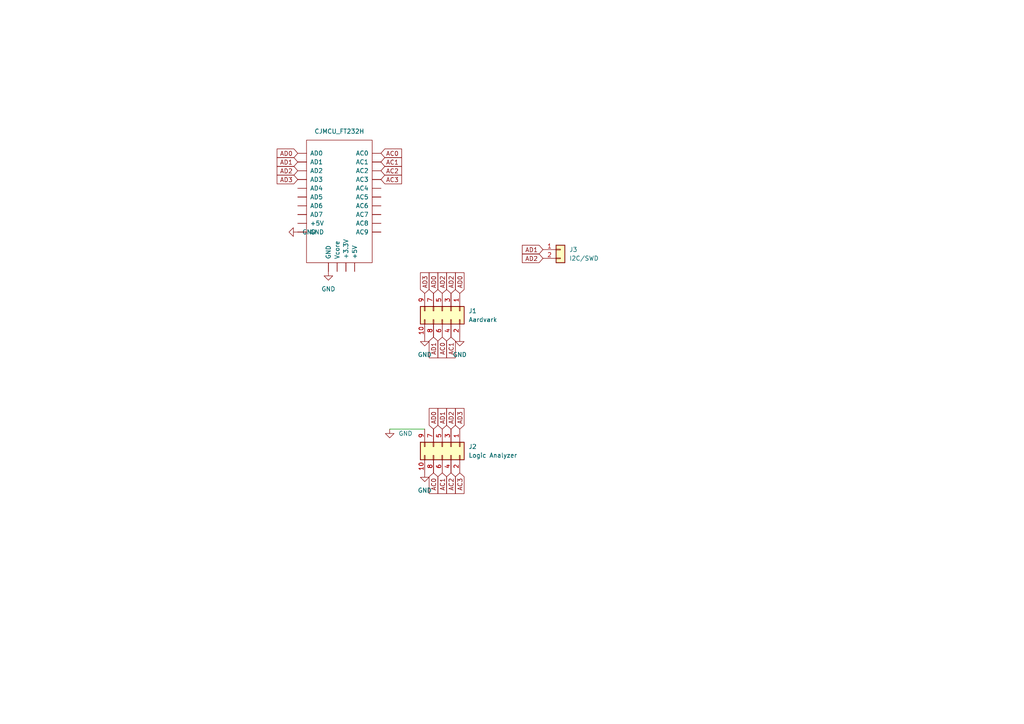
<source format=kicad_sch>
(kicad_sch (version 20211123) (generator eeschema)
  (paper "A4")
  (lib_symbols
    (symbol "Connector_Generic:Conn_01x02" (pin_names (offset 1.016) hide)
      (property "Reference" "J" (at 0 2.54 0))
      (property "Value" "Conn_01x02" (at 0 -5.08 0))
      (symbol "Conn_01x02_1_1"
        (rectangle (start -1.27 -2.413) (end 0 -2.667) (stroke (width 0.1524)))
        (rectangle (start -1.27 0.127) (end 0 -0.127) (stroke (width 0.1524)))
        (rectangle (start -1.27 1.27) (end 1.27 -3.81) (stroke (width 0.254)) (fill (type background)))
        (pin passive line (at -5.08 0 0) (length 3.81) (name "Pin_1") (number "1"))
        (pin passive line (at -5.08 -2.54 0) (length 3.81) (name "Pin_2") (number "2"))
      )
    )
    (symbol "Connector_Generic:Conn_02x05_Odd_Even" (pin_names (offset 1.016) hide)
      (property "Reference" "J" (at 1.27 7.62 0))
      (property "Value" "Conn_02x05_Odd_Even" (at 1.27 -7.62 0))
      (symbol "Conn_02x05_Odd_Even_1_1"
        (rectangle (start -1.27 -4.953) (end 0 -5.207) (stroke (width 0.1524)))
        (rectangle (start -1.27 -2.413) (end 0 -2.667) (stroke (width 0.1524)))
        (rectangle (start -1.27 0.127) (end 0 -0.127) (stroke (width 0.1524)))
        (rectangle (start -1.27 2.667) (end 0 2.413) (stroke (width 0.1524)))
        (rectangle (start -1.27 5.207) (end 0 4.953) (stroke (width 0.1524)))
        (rectangle (start -1.27 6.35) (end 3.81 -6.35) (stroke (width 0.254)) (fill (type background)))
        (rectangle (start 3.81 -4.953) (end 2.54 -5.207) (stroke (width 0.1524)))
        (rectangle (start 3.81 -2.413) (end 2.54 -2.667) (stroke (width 0.1524)))
        (rectangle (start 3.81 0.127) (end 2.54 -0.127) (stroke (width 0.1524)))
        (rectangle (start 3.81 2.667) (end 2.54 2.413) (stroke (width 0.1524)))
        (rectangle (start 3.81 5.207) (end 2.54 4.953) (stroke (width 0.1524)))
        (pin passive line (at -5.08 5.08 0) (length 3.81) (name "Pin_1") (number "1"))
        (pin passive line (at 7.62 -5.08 180) (length 3.81) (name "Pin_10") (number "10"))
        (pin passive line (at 7.62 5.08 180) (length 3.81) (name "Pin_2") (number "2"))
        (pin passive line (at -5.08 2.54 0) (length 3.81) (name "Pin_3") (number "3"))
        (pin passive line (at 7.62 2.54 180) (length 3.81) (name "Pin_4") (number "4"))
        (pin passive line (at -5.08 0 0) (length 3.81) (name "Pin_5") (number "5"))
        (pin passive line (at 7.62 0 180) (length 3.81) (name "Pin_6") (number "6"))
        (pin passive line (at -5.08 -2.54 0) (length 3.81) (name "Pin_7") (number "7"))
        (pin passive line (at 7.62 -2.54 180) (length 3.81) (name "Pin_8") (number "8"))
        (pin passive line (at -5.08 -5.08 0) (length 3.81) (name "Pin_9") (number "9"))
      )
    )
    (symbol "cjmcu_ft232h:CJMCU_FT232H" (pin_names (offset 1.016))
      (property "Value" "CJMCU_FT232H" (at 11.43 2.54 0))
      (symbol "CJMCU_FT232H_0_1"
        (polyline (pts (xy 2.54 -2.54) (xy 2.54 -36.83) (xy 21.59 -36.83) (xy 21.59 -1.27) (xy 2.54 -1.27) (xy 2.54 -3.81)))
      )
      (symbol "CJMCU_FT232H_1_1"
        (pin output line (at 13.97 -39.37 90) (length 2.54) (name "+3.3V") (number "+3.3V"))
        (pin output line (at 0 -25.4 0) (length 2.54) (name "+5V") (number "+5V1"))
        (pin output line (at 16.51 -39.37 90) (length 2.54) (name "+5V") (number "+5V2"))
        (pin output line (at 24.13 -5.08 180) (length 2.54) (name "AC0") (number "AC0"))
        (pin output line (at 24.13 -7.62 180) (length 2.54) (name "AC1") (number "AC1"))
        (pin output line (at 24.13 -10.16 180) (length 2.54) (name "AC2") (number "AC2"))
        (pin output line (at 24.13 -12.7 180) (length 2.54) (name "AC3") (number "AC3"))
        (pin output line (at 24.13 -15.24 180) (length 2.54) (name "AC4") (number "AC4"))
        (pin output line (at 24.13 -17.78 180) (length 2.54) (name "AC5") (number "AC5"))
        (pin output line (at 24.13 -20.32 180) (length 2.54) (name "AC6") (number "AC6"))
        (pin output line (at 24.13 -22.86 180) (length 2.54) (name "AC7") (number "AC7"))
        (pin output line (at 24.13 -25.4 180) (length 2.54) (name "AC8") (number "AC8"))
        (pin output line (at 24.13 -27.94 180) (length 2.54) (name "AC9") (number "AC9"))
        (pin output line (at 0 -5.08 0) (length 2.54) (name "AD0") (number "AD0"))
        (pin output line (at 0 -7.62 0) (length 2.54) (name "AD1") (number "AD1"))
        (pin output line (at 0 -10.16 0) (length 2.54) (name "AD2") (number "AD2"))
        (pin output line (at 0 -12.7 0) (length 2.54) (name "AD3") (number "AD3"))
        (pin output line (at 0 -15.24 0) (length 2.54) (name "AD4") (number "AD4"))
        (pin output line (at 0 -17.78 0) (length 2.54) (name "AD5") (number "AD5"))
        (pin output line (at 0 -20.32 0) (length 2.54) (name "AD6") (number "AD6"))
        (pin output line (at 0 -22.86 0) (length 2.54) (name "AD7") (number "AD7"))
        (pin output line (at 0 -27.94 0) (length 2.54) (name "GND") (number "GND1"))
        (pin output line (at 8.89 -39.37 90) (length 2.54) (name "GND") (number "GND2"))
        (pin output line (at 11.43 -39.37 90) (length 2.54) (name "Vcore") (number "Vcore"))
      )
    )
    (symbol "power:GND" (power) (pin_names (offset 0))
      (property "Value" "GND" (at 0 -3.81 0))
      (symbol "GND_0_1"
        (polyline (pts (xy 0 0) (xy 0 -1.27) (xy 1.27 -1.27) (xy 0 -2.54) (xy -1.27 -1.27) (xy 0 -1.27)))
      )
      (symbol "GND_1_1"
        (pin power_in line (at 0 0 270) (length 0) hide (name "GND") (number "1"))
      )
    )
  )
  (wire (pts (xy 113.03 124.46) (xy 123.19 124.46)))
  (global_label "AD2" (shape input) (at 157.48 74.93 180) (property "Intersheet References" "${INTERSHEET_REFS}" (effects hide)))
  (global_label "AC2" (shape input) (at 110.49 49.53 0) (property "Intersheet References" "${INTERSHEET_REFS}" (effects hide)))
  (global_label "AD1" (shape input) (at 86.36 46.99 180) (property "Intersheet References" "${INTERSHEET_REFS}" (effects hide)))
  (global_label "AC1" (shape input) (at 130.81 97.79 270) (property "Intersheet References" "${INTERSHEET_REFS}" (effects hide)))
  (global_label "AC1" (shape input) (at 110.49 46.99 0) (property "Intersheet References" "${INTERSHEET_REFS}" (effects hide)))
  (global_label "AC3" (shape input) (at 133.35 137.16 270) (property "Intersheet References" "${INTERSHEET_REFS}" (effects hide)))
  (global_label "AD0" (shape input) (at 86.36 44.45 180) (property "Intersheet References" "${INTERSHEET_REFS}" (effects hide)))
  (global_label "AD2" (shape input) (at 130.81 85.09 90) (property "Intersheet References" "${INTERSHEET_REFS}" (effects hide)))
  (global_label "AC0" (shape input) (at 125.73 137.16 270) (property "Intersheet References" "${INTERSHEET_REFS}" (effects hide)))
  (global_label "AD3" (shape input) (at 86.36 52.07 180) (property "Intersheet References" "${INTERSHEET_REFS}" (effects hide)))
  (global_label "AC1" (shape input) (at 128.27 137.16 270) (property "Intersheet References" "${INTERSHEET_REFS}" (effects hide)))
  (global_label "AC3" (shape input) (at 110.49 52.07 0) (property "Intersheet References" "${INTERSHEET_REFS}" (effects hide)))
  (global_label "AD2" (shape input) (at 128.27 85.09 90) (property "Intersheet References" "${INTERSHEET_REFS}" (effects hide)))
  (global_label "AD0" (shape input) (at 125.73 85.09 90) (property "Intersheet References" "${INTERSHEET_REFS}" (effects hide)))
  (global_label "AD1" (shape input) (at 157.48 72.39 180) (property "Intersheet References" "${INTERSHEET_REFS}" (effects hide)))
  (global_label "AD2" (shape input) (at 86.36 49.53 180) (property "Intersheet References" "${INTERSHEET_REFS}" (effects hide)))
  (global_label "AC0" (shape input) (at 128.27 97.79 270) (property "Intersheet References" "${INTERSHEET_REFS}" (effects hide)))
  (global_label "AD1" (shape input) (at 125.73 97.79 270) (property "Intersheet References" "${INTERSHEET_REFS}" (effects hide)))
  (global_label "AC0" (shape input) (at 110.49 44.45 0) (property "Intersheet References" "${INTERSHEET_REFS}" (effects hide)))
  (global_label "AD3" (shape input) (at 123.19 85.09 90) (property "Intersheet References" "${INTERSHEET_REFS}" (effects hide)))
  (global_label "AD0" (shape input) (at 125.73 124.46 90) (property "Intersheet References" "${INTERSHEET_REFS}" (effects hide)))
  (global_label "AD3" (shape input) (at 133.35 124.46 90) (property "Intersheet References" "${INTERSHEET_REFS}" (effects hide)))
  (global_label "AD2" (shape input) (at 130.81 124.46 90) (property "Intersheet References" "${INTERSHEET_REFS}" (effects hide)))
  (global_label "AD0" (shape input) (at 133.35 85.09 90) (property "Intersheet References" "${INTERSHEET_REFS}" (effects hide)))
  (global_label "AD1" (shape input) (at 128.27 124.46 90) (property "Intersheet References" "${INTERSHEET_REFS}" (effects hide)))
  (global_label "AC2" (shape input) (at 130.81 137.16 270) (property "Intersheet References" "${INTERSHEET_REFS}" (effects hide)))
  (symbol (lib_id "Connector_Generic:Conn_02x05_Odd_Even") (at 128.27 90.17 270) (unit 1)
    (property "Reference" "J1" (at 135.89 90.1699 90) (effects (justify left)))
    (property "Value" "Aardvark" (at 135.89 92.7099 90) (effects (justify left)))
    (property "Footprint" "Connector_IDC:IDC-Header_2x05_P2.54mm_Vertical" (effects hide))
  )
  (symbol (lib_id "power:GND") (at 133.35 97.79 0) (unit 1)
    (property "Reference" "#PWR0104" (effects hide))
    (property "Value" "GND" (at 133.35 102.87 0))
  )
  (symbol (lib_id "Connector_Generic:Conn_01x02") (at 162.56 72.39 0) (unit 1)
    (property "Reference" "J3" (at 165.1 72.3899 0) (effects (justify left)))
    (property "Value" "I2C/SWD" (at 165.1 74.9299 0) (effects (justify left)))
    (property "Footprint" "Connector_PinHeader_2.54mm:PinHeader_1x02_P2.54mm_Vertical" (effects hide))
  )
  (symbol (lib_id "power:GND") (at 86.36 67.31 270) (unit 1)
    (property "Reference" "#PWR0106" (effects hide))
    (property "Value" "GND" (at 87.63 67.3099 90) (effects (justify left)))
  )
  (symbol (lib_id "power:GND") (at 113.03 124.46 0) (unit 1)
    (property "Reference" "#PWR0102" (effects hide))
    (property "Value" "GND" (at 115.57 125.7299 0) (effects (justify left)))
  )
  (symbol (lib_id "power:GND") (at 123.19 137.16 0) (unit 1)
    (property "Reference" "#PWR0103" (effects hide))
    (property "Value" "GND" (at 123.19 142.24 0))
  )
  (symbol (lib_id "power:GND") (at 95.25 78.74 0) (unit 1)
    (property "Reference" "#PWR0101" (effects hide))
    (property "Value" "GND" (at 95.25 83.82 0))
  )
  (symbol (lib_id "power:GND") (at 123.19 97.79 0) (unit 1)
    (property "Reference" "#PWR0105" (effects hide))
    (property "Value" "GND" (at 123.19 102.87 0))
  )
  (symbol (lib_id "cjmcu_ft232h:CJMCU_FT232H") (at 86.36 39.37 0) (unit 1)
    (property "Reference" "CJMCU_FT1" (effects hide))
    (property "Value" "CJMCU_FT232H" (at 98.425 38.1 0))
    (property "Footprint" "CJMCU_FT232H:CJMCU_FT232H" (effects hide))
  )
  (symbol (lib_id "Connector_Generic:Conn_02x05_Odd_Even") (at 128.27 129.54 270) (unit 1)
    (property "Reference" "J2" (at 135.89 129.5399 90) (effects (justify left)))
    (property "Value" "Logic Analyzer" (at 135.89 132.0799 90) (effects (justify left)))
    (property "Footprint" "Connector_IDC:IDC-Header_2x05_P2.54mm_Vertical" (effects hide))
  )
)
</source>
